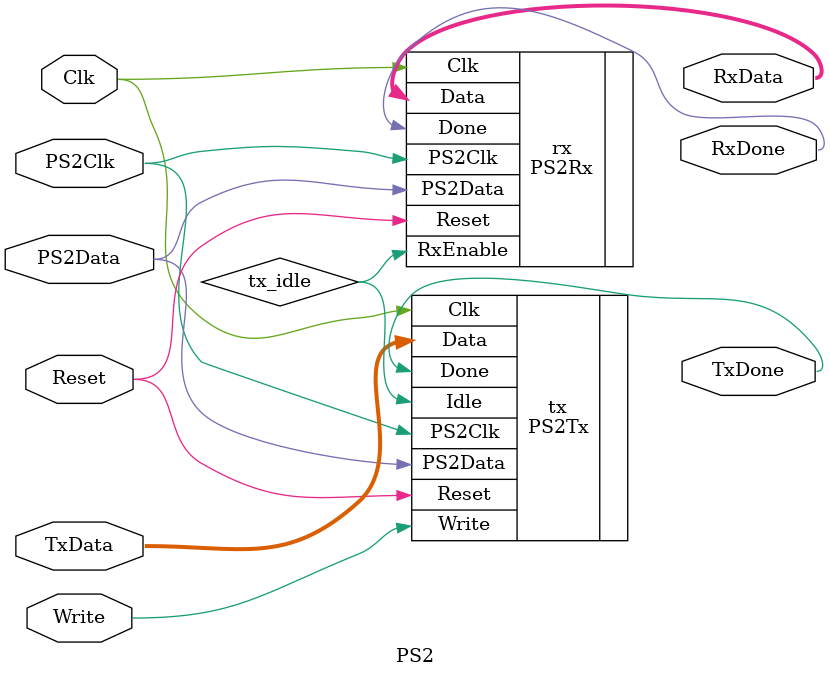
<source format=v>
`timescale 1ns / 1ps

/*
	PS2 rx/tx module
	(c) C.c, DZTC 2012
*/

module PS2
(
	input wire Clk,
	input wire Reset,
	
	input wire Write,
	
	input wire [7:0] TxData,
	output wire [7:0] RxData,
	
	output wire RxDone,
	output wire TxDone,
	
	inout wire PS2Clk,
	inout wire PS2Data
	
);

wire tx_idle;

PS2Tx tx
(
	.Clk(Clk),
	.Reset(Reset),
	.Data(TxData),
	.Write(Write),
	.Done(TxDone),
	.PS2Clk(PS2Clk),
	.PS2Data(PS2Data),
	.Idle(tx_idle)
	
);

PS2Rx rx
(
	.Clk(Clk),
	.Reset(Reset),
	.Data(RxData),
	.Done(RxDone),
	.PS2Clk(PS2Clk),
	.PS2Data(PS2Data),
	.RxEnable(tx_idle)
);

endmodule

</source>
